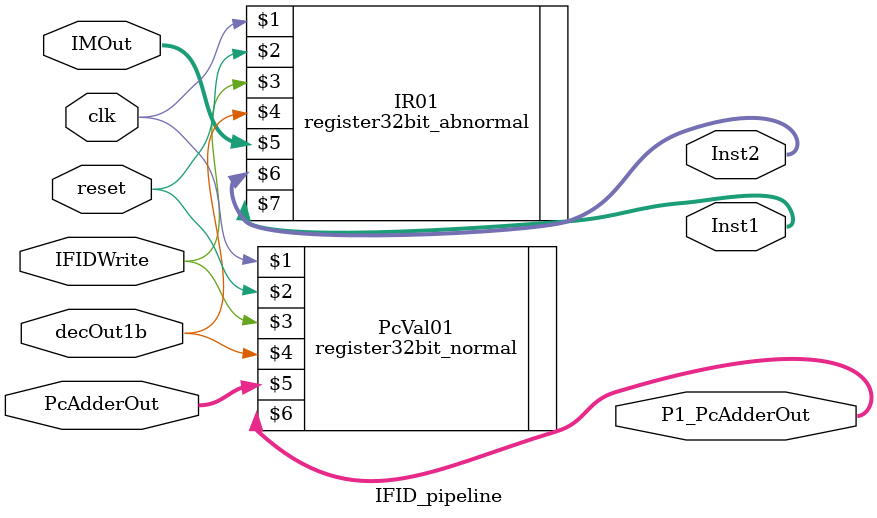
<source format=v>
module IFID_pipeline(input clk, input reset, input decOut1b, input [31:0] IMOut, input [31:0] PcAdderOut, input IFIDWrite, output [31:0] P1_PcAdderOut, output [15:0] Inst1, output [15:0] Inst2);

  register32bit_normal PcVal01( clk, reset, IFIDWrite, decOut1b,  PcAdderOut,  P1_PcAdderOut);
  register32bit_abnormal IR01( clk, reset, IFIDWrite, decOut1b,  IMOut, Inst2, Inst1);
endmodule
</source>
